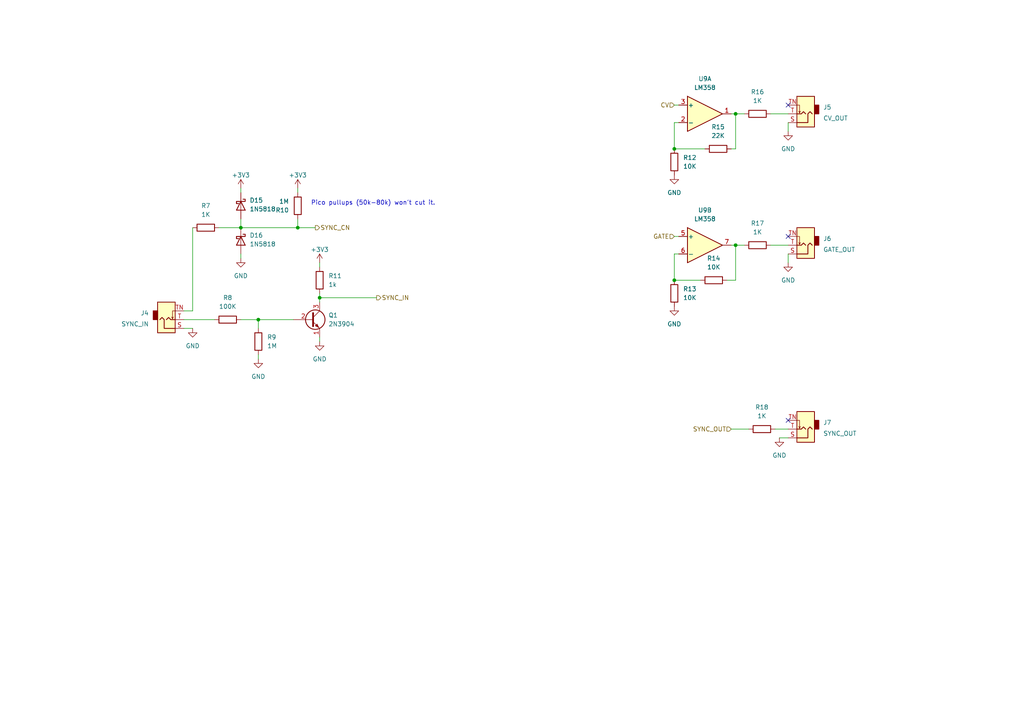
<source format=kicad_sch>
(kicad_sch (version 20211123) (generator eeschema)
  (paper "A4")
  (title_block (title "Input/Output Jacks") (rev "1"))
  (lib_symbols
    (symbol "Amplifier_Operational:LM358" (pin_names (offset 0.127))
      (property "Reference" "U" (at 0 5.08 0))
      (property "Value" "LM358" (at 0 -5.08 0))
      (symbol "LM358_1_1"
        (polyline (pts (xy -5.08 5.08) (xy 5.08 0) (xy -5.08 -5.08) (xy -5.08 5.08)) (stroke (width 0.254)) (fill (type background)))
        (pin output line (at 7.62 0 180) (length 2.54) (name "~") (number "1"))
        (pin input line (at -7.62 -2.54 0) (length 2.54) (name "-") (number "2"))
        (pin input line (at -7.62 2.54 0) (length 2.54) (name "+") (number "3"))
      )
      (symbol "LM358_2_1"
        (polyline (pts (xy -5.08 5.08) (xy 5.08 0) (xy -5.08 -5.08) (xy -5.08 5.08)) (stroke (width 0.254)) (fill (type background)))
        (pin input line (at -7.62 2.54 0) (length 2.54) (name "+") (number "5"))
        (pin input line (at -7.62 -2.54 0) (length 2.54) (name "-") (number "6"))
        (pin output line (at 7.62 0 180) (length 2.54) (name "~") (number "7"))
      )
      (symbol "LM358_3_1"
        (pin power_in line (at -2.54 -7.62 90) (length 3.81) (name "V-") (number "4"))
        (pin power_in line (at -2.54 7.62 270) (length 3.81) (name "V+") (number "8"))
      )
    )
    (symbol "Connector:AudioJack2_SwitchT"
      (property "Reference" "J" (at 0 8.89 0))
      (property "Value" "AudioJack2_SwitchT" (at 0 6.35 0))
      (symbol "AudioJack2_SwitchT_0_1"
        (rectangle (start -2.54 0) (end -3.81 -2.54) (stroke (width 0.254)) (fill (type outline)))
        (polyline (pts (xy 1.778 -0.254) (xy 2.032 -0.762)))
        (polyline (pts (xy 0 0) (xy 0.635 -0.635) (xy 1.27 0) (xy 2.54 0)) (stroke (width 0.254)))
        (polyline (pts (xy 2.54 -2.54) (xy 1.778 -2.54) (xy 1.778 -0.254) (xy 1.524 -0.762)))
        (polyline (pts (xy 2.54 2.54) (xy -0.635 2.54) (xy -0.635 0) (xy -1.27 -0.635) (xy -1.905 0)) (stroke (width 0.254)))
        (rectangle (start 2.54 3.81) (end -2.54 -5.08) (stroke (width 0.254)) (fill (type background)))
      )
      (symbol "AudioJack2_SwitchT_1_1"
        (pin passive line (at 5.08 2.54 180) (length 2.54) (name "~") (number "S"))
        (pin passive line (at 5.08 0 180) (length 2.54) (name "~") (number "T"))
        (pin passive line (at 5.08 -2.54 180) (length 2.54) (name "~") (number "TN"))
      )
    )
    (symbol "Device:R" (pin_numbers hide) (pin_names (offset 0))
      (property "Reference" "R" (at 2.032 0 90))
      (property "Value" "R" (at 0 0 90))
      (symbol "R_0_1"
        (rectangle (start -1.016 -2.54) (end 1.016 2.54) (stroke (width 0.254)))
      )
      (symbol "R_1_1"
        (pin passive line (at 0 3.81 270) (length 1.27) (name "~") (number "1"))
        (pin passive line (at 0 -3.81 90) (length 1.27) (name "~") (number "2"))
      )
    )
    (symbol "Diode:1N5818" (pin_numbers hide) (pin_names (offset 1.016) hide)
      (property "Reference" "D" (at 0 2.54 0))
      (property "Value" "1N5818" (at 0 -2.54 0))
      (symbol "1N5818_0_1"
        (polyline (pts (xy 1.27 0) (xy -1.27 0)))
        (polyline (pts (xy 1.27 1.27) (xy 1.27 -1.27) (xy -1.27 0) (xy 1.27 1.27)) (stroke (width 0.254)))
        (polyline (pts (xy -1.905 0.635) (xy -1.905 1.27) (xy -1.27 1.27) (xy -1.27 -1.27) (xy -0.635 -1.27) (xy -0.635 -0.635)) (stroke (width 0.254)))
      )
      (symbol "1N5818_1_1"
        (pin passive line (at -3.81 0 0) (length 2.54) (name "K") (number "1"))
        (pin passive line (at 3.81 0 180) (length 2.54) (name "A") (number "2"))
      )
    )
    (symbol "Transistor_BJT:2N3904" (pin_names (offset 0) hide)
      (property "Reference" "Q" (at 5.08 1.905 0))
      (property "Value" "2N3904" (at 5.08 0 0))
      (symbol "2N3904_0_1"
        (polyline (pts (xy 0.635 0.635) (xy 2.54 2.54)))
        (polyline (pts (xy 0.635 -0.635) (xy 2.54 -2.54) (xy 2.54 -2.54)))
        (polyline (pts (xy 0.635 1.905) (xy 0.635 -1.905) (xy 0.635 -1.905)) (stroke (width 0.508)))
        (polyline (pts (xy 1.27 -1.778) (xy 1.778 -1.27) (xy 2.286 -2.286) (xy 1.27 -1.778) (xy 1.27 -1.778)) (fill (type outline)))
        (circle (center 1.27 0) (radius 2.8194) (stroke (width 0.254)))
      )
      (symbol "2N3904_1_1"
        (pin passive line (at 2.54 -5.08 90) (length 2.54) (name "E") (number "1"))
        (pin passive line (at -5.08 0 0) (length 5.715) (name "B") (number "2"))
        (pin passive line (at 2.54 5.08 270) (length 2.54) (name "C") (number "3"))
      )
    )
    (symbol "power:+3.3V" (power) (pin_names (offset 0))
      (property "Value" "+3.3V" (at 0 3.556 0))
      (symbol "+3.3V_0_1"
        (polyline (pts (xy -0.762 1.27) (xy 0 2.54)))
        (polyline (pts (xy 0 0) (xy 0 2.54)))
        (polyline (pts (xy 0 2.54) (xy 0.762 1.27)))
      )
      (symbol "+3.3V_1_1"
        (pin power_in line (at 0 0 90) (length 0) hide (name "+3V3") (number "1"))
      )
    )
    (symbol "power:GND" (power) (pin_names (offset 0))
      (property "Value" "GND" (at 0 -3.81 0))
      (symbol "GND_0_1"
        (polyline (pts (xy 0 0) (xy 0 -1.27) (xy 1.27 -1.27) (xy 0 -2.54) (xy -1.27 -1.27) (xy 0 -1.27)))
      )
      (symbol "GND_1_1"
        (pin power_in line (at 0 0 270) (length 0) hide (name "GND") (number "1"))
      )
    )
  )
  (junction (at 195.58 43.18))
  (junction (at 69.85 66.04))
  (junction (at 195.58 81.28))
  (junction (at 213.36 71.12))
  (junction (at 92.71 86.36))
  (junction (at 74.93 92.71))
  (junction (at 213.36 33.02))
  (junction (at 86.36 66.04))
  (no_connect (at 228.6 68.58))
  (no_connect (at 228.6 30.48))
  (no_connect (at 228.6 121.92))
  (wire (pts (xy 195.58 73.66) (xy 196.85 73.66)))
  (wire (pts (xy 86.36 55.88) (xy 86.36 54.61)))
  (wire (pts (xy 92.71 86.36) (xy 92.71 87.63)))
  (wire (pts (xy 195.58 43.18) (xy 204.47 43.18)))
  (wire (pts (xy 213.36 71.12) (xy 212.09 71.12)))
  (wire (pts (xy 74.93 102.87) (xy 74.93 104.14)))
  (wire (pts (xy 69.85 92.71) (xy 74.93 92.71)))
  (wire (pts (xy 69.85 73.66) (xy 69.85 74.93)))
  (wire (pts (xy 228.6 35.56) (xy 228.6 38.1)))
  (wire (pts (xy 195.58 35.56) (xy 195.58 43.18)))
  (wire (pts (xy 74.93 92.71) (xy 85.09 92.71)))
  (wire (pts (xy 213.36 81.28) (xy 210.82 81.28)))
  (wire (pts (xy 86.36 63.5) (xy 86.36 66.04)))
  (wire (pts (xy 223.52 33.02) (xy 228.6 33.02)))
  (wire (pts (xy 223.52 71.12) (xy 228.6 71.12)))
  (wire (pts (xy 195.58 73.66) (xy 195.58 81.28)))
  (wire (pts (xy 213.36 71.12) (xy 215.9 71.12)))
  (wire (pts (xy 224.79 124.46) (xy 228.6 124.46)))
  (wire (pts (xy 213.36 71.12) (xy 213.36 81.28)))
  (wire (pts (xy 213.36 33.02) (xy 215.9 33.02)))
  (wire (pts (xy 92.71 86.36) (xy 109.22 86.36)))
  (wire (pts (xy 195.58 81.28) (xy 203.2 81.28)))
  (wire (pts (xy 212.09 33.02) (xy 213.36 33.02)))
  (wire (pts (xy 74.93 92.71) (xy 74.93 95.25)))
  (wire (pts (xy 92.71 76.2) (xy 92.71 77.47)))
  (wire (pts (xy 92.71 97.79) (xy 92.71 99.06)))
  (wire (pts (xy 92.71 85.09) (xy 92.71 86.36)))
  (wire (pts (xy 69.85 66.04) (xy 86.36 66.04)))
  (wire (pts (xy 63.5 66.04) (xy 69.85 66.04)))
  (wire (pts (xy 55.88 66.04) (xy 55.88 90.17)))
  (wire (pts (xy 53.34 90.17) (xy 55.88 90.17)))
  (wire (pts (xy 195.58 68.58) (xy 196.85 68.58)))
  (wire (pts (xy 53.34 92.71) (xy 62.23 92.71)))
  (wire (pts (xy 69.85 54.61) (xy 69.85 55.88)))
  (wire (pts (xy 212.09 124.46) (xy 217.17 124.46)))
  (wire (pts (xy 69.85 63.5) (xy 69.85 66.04)))
  (wire (pts (xy 195.58 30.48) (xy 196.85 30.48)))
  (wire (pts (xy 195.58 35.56) (xy 196.85 35.56)))
  (wire (pts (xy 53.34 95.25) (xy 55.88 95.25)))
  (wire (pts (xy 86.36 66.04) (xy 91.44 66.04)))
  (wire (pts (xy 213.36 43.18) (xy 212.09 43.18)))
  (wire (pts (xy 228.6 73.66) (xy 228.6 76.2)))
  (wire (pts (xy 213.36 33.02) (xy 213.36 43.18)))
  (wire (pts (xy 228.6 127) (xy 226.06 127)))
  (text "Pico pullups (50k-80k) won't cut it." (at 90.17 59.69 0) (effects (font (size 1.27 1.27)) (justify left bottom)))
  (hierarchical_label "GATE" (shape input) (at 195.58 68.58 180))
  (hierarchical_label "SYNC_IN" (shape output) (at 109.22 86.36 0))
  (hierarchical_label "SYNC_CN" (shape output) (at 91.44 66.04 0))
  (hierarchical_label "SYNC_OUT" (shape input) (at 212.09 124.46 180))
  (hierarchical_label "CV" (shape input) (at 195.58 30.48 180))
  (symbol (lib_id "Connector:AudioJack2_SwitchT") (at 48.26 92.71 0) (mirror x) (unit 1)
    (property "Reference" "J4" (at 43.18 90.8049 0) (effects (justify right)))
    (property "Value" "SYNC_IN" (at 43.18 93.98 0) (effects (justify right)))
    (property "Footprint" "AudioJacks:Jack_3.5mm_QingPu_WQP-PJ398SM_Vertical" (effects hide))
    (property "Supplier" "Tayda" (effects hide))
  )
  (symbol (lib_id "Diode:1N5818") (at 69.85 69.85 270) (unit 1)
    (property "Reference" "D16" (at 72.39 68.2624 90) (effects (justify left)))
    (property "Value" "1N5818" (at 72.39 70.8024 90) (effects (justify left)))
    (property "Footprint" "Diode_THT:D_DO-41_SOD81_P10.16mm_Horizontal" (effects hide))
    (property "Datasheet" "http://www.vishay.com/docs/88525/1n5817.pdf" (effects hide))
    (property "Supplier" "Tayda" (effects hide))
  )
  (symbol (lib_id "Device:R") (at 59.69 66.04 90) (unit 1)
    (property "Reference" "R7" (at 59.69 59.69 90))
    (property "Value" "1K" (at 59.69 62.23 90))
    (property "Supplier" "Tayda" (effects hide))
  )
  (symbol (lib_id "Connector:AudioJack2_SwitchT") (at 233.68 71.12 180) (unit 1)
    (property "Reference" "J6" (at 238.76 69.2149 0) (effects (justify right)))
    (property "Value" "GATE_OUT" (at 238.76 72.39 0) (effects (justify right)))
    (property "Footprint" "AudioJacks:Jack_3.5mm_QingPu_WQP-PJ398SM_Vertical" (effects hide))
    (property "Supplier" "Tayda" (effects hide))
  )
  (symbol (lib_id "Device:R") (at 74.93 99.06 0) (unit 1)
    (property "Reference" "R9" (at 77.47 97.7899 0) (effects (justify left)))
    (property "Value" "1M" (at 77.47 100.3299 0) (effects (justify left)))
    (property "Supplier" "Tayda" (effects hide))
  )
  (symbol (lib_id "Device:R") (at 92.71 81.28 0) (unit 1)
    (property "Reference" "R11" (at 95.25 80.0099 0) (effects (justify left)))
    (property "Value" "1k" (at 95.25 82.5499 0) (effects (justify left)))
    (property "Supplier" "Tayda" (effects hide))
  )
  (symbol (lib_id "power:GND") (at 74.93 104.14 0) (unit 1)
    (property "Reference" "#PWR047" (effects hide))
    (property "Value" "GND" (at 74.93 109.22 0))
  )
  (symbol (lib_id "Device:R") (at 219.71 71.12 90) (unit 1)
    (property "Reference" "R17" (at 219.71 64.77 90))
    (property "Value" "1K" (at 219.71 67.31 90))
    (property "Footprint" "Royal_Ohm_Resistors:R_Axial_DIN0207_L6.8mm_D2.5mm_P10.16mm_Horizontal" (effects hide))
    (property "Supplier" "Tayda" (effects hide))
  )
  (symbol (lib_id "power:GND") (at 226.06 127 0) (mirror y) (unit 1)
    (property "Reference" "#PWR053" (effects hide))
    (property "Value" "GND" (at 226.06 132.08 0))
  )
  (symbol (lib_id "Connector:AudioJack2_SwitchT") (at 233.68 33.02 180) (unit 1)
    (property "Reference" "J5" (at 238.76 31.1149 0) (effects (justify right)))
    (property "Value" "CV_OUT" (at 238.76 34.29 0) (effects (justify right)))
    (property "Footprint" "AudioJacks:Jack_3.5mm_QingPu_WQP-PJ398SM_Vertical" (effects hide))
    (property "Supplier" "Tayda" (effects hide))
  )
  (symbol (lib_id "Diode:1N5818") (at 69.85 59.69 270) (unit 1)
    (property "Reference" "D15" (at 72.39 58.1024 90) (effects (justify left)))
    (property "Value" "1N5818" (at 72.39 60.6424 90) (effects (justify left)))
    (property "Footprint" "Diode_THT:D_DO-41_SOD81_P10.16mm_Horizontal" (effects hide))
    (property "Datasheet" "http://www.vishay.com/docs/88525/1n5817.pdf" (effects hide))
    (property "Supplier" "Tayda" (effects hide))
  )
  (symbol (lib_id "power:GND") (at 69.85 74.93 0) (unit 1)
    (property "Reference" "#PWR046" (effects hide))
    (property "Value" "GND" (at 69.85 80.01 0))
  )
  (symbol (lib_id "Connector:AudioJack2_SwitchT") (at 233.68 124.46 180) (unit 1)
    (property "Reference" "J7" (at 238.76 122.5549 0) (effects (justify right)))
    (property "Value" "SYNC_OUT" (at 238.76 125.73 0) (effects (justify right)))
    (property "Footprint" "AudioJacks:Jack_3.5mm_QingPu_WQP-PJ398SM_Vertical" (effects hide))
    (property "Supplier" "Tayda" (effects hide))
  )
  (symbol (lib_id "Device:R") (at 207.01 81.28 90) (unit 1)
    (property "Reference" "R14" (at 207.01 74.93 90))
    (property "Value" "10K" (at 207.01 77.47 90))
    (property "Footprint" "Royal_Ohm_Resistors:R_Axial_DIN0207_L6.8mm_D2.5mm_P10.16mm_Horizontal" (effects hide))
    (property "Supplier" "Tayda" (effects hide))
  )
  (symbol (lib_id "Device:R") (at 208.28 43.18 90) (unit 1)
    (property "Reference" "R15" (at 208.28 36.83 90))
    (property "Value" "22K" (at 208.28 39.37 90))
    (property "Footprint" "Royal_Ohm_Resistors:R_Axial_DIN0207_L6.8mm_D2.5mm_P10.16mm_Horizontal" (effects hide))
    (property "Supplier" "Tayda" (effects hide))
  )
  (symbol (lib_id "power:GND") (at 55.88 95.25 0) (unit 1)
    (property "Reference" "#PWR044" (effects hide))
    (property "Value" "GND" (at 55.88 100.33 0))
  )
  (symbol (lib_id "power:GND") (at 195.58 88.9 0) (unit 1)
    (property "Reference" "#PWR052" (effects hide))
    (property "Value" "GND" (at 195.58 93.98 0))
  )
  (symbol (lib_id "Device:R") (at 195.58 46.99 0) (unit 1)
    (property "Reference" "R12" (at 198.12 45.7199 0) (effects (justify left)))
    (property "Value" "10K" (at 198.12 48.2599 0) (effects (justify left)))
    (property "Footprint" "Royal_Ohm_Resistors:R_Axial_DIN0207_L6.8mm_D2.5mm_P10.16mm_Horizontal" (effects hide))
    (property "Supplier" "Tayda" (effects hide))
  )
  (symbol (lib_id "power:GND") (at 92.71 99.06 0) (unit 1)
    (property "Reference" "#PWR050" (effects hide))
    (property "Value" "GND" (at 92.71 104.14 0))
  )
  (symbol (lib_id "Transistor_BJT:2N3904") (at 90.17 92.71 0) (unit 1)
    (property "Reference" "Q1" (at 95.25 91.4399 0) (effects (justify left)))
    (property "Value" "2N3904" (at 95.25 93.9799 0) (effects (justify left)))
    (property "Footprint" "Package_TO_SOT_THT:TO-92_Inline" (effects hide))
    (property "Datasheet" "https://www.onsemi.com/pub/Collateral/2N3903-D.PDF" (effects hide))
    (property "Supplier" "Tayda" (effects hide))
  )
  (symbol (lib_id "Device:R") (at 66.04 92.71 90) (unit 1)
    (property "Reference" "R8" (at 66.04 86.36 90))
    (property "Value" "100K" (at 66.04 88.9 90))
    (property "Supplier" "Tayda" (effects hide))
  )
  (symbol (lib_id "power:GND") (at 228.6 38.1 0) (unit 1)
    (property "Reference" "#PWR054" (effects hide))
    (property "Value" "GND" (at 228.6 43.18 0))
  )
  (symbol (lib_id "Device:R") (at 219.71 33.02 90) (unit 1)
    (property "Reference" "R16" (at 219.71 26.67 90))
    (property "Value" "1K" (at 219.71 29.21 90))
    (property "Footprint" "Royal_Ohm_Resistors:R_Axial_DIN0207_L6.8mm_D2.5mm_P10.16mm_Horizontal" (effects hide))
    (property "Supplier" "Tayda" (effects hide))
  )
  (symbol (lib_id "power:+3.3V") (at 69.85 54.61 0) (unit 1)
    (property "Reference" "#PWR045" (effects hide))
    (property "Value" "+3.3V" (at 69.85 50.8 0))
  )
  (symbol (lib_id "Device:R") (at 220.98 124.46 90) (unit 1)
    (property "Reference" "R18" (at 220.98 118.11 90))
    (property "Value" "1K" (at 220.98 120.65 90))
    (property "Supplier" "Tayda" (effects hide))
  )
  (symbol (lib_id "power:+3.3V") (at 92.71 76.2 0) (unit 1)
    (property "Reference" "#PWR049" (effects hide))
    (property "Value" "+3.3V" (at 92.71 72.39 0))
  )
  (symbol (lib_id "Amplifier_Operational:LM358") (at 204.47 71.12 0) (unit 2)
    (property "Reference" "U9" (at 204.47 60.96 0))
    (property "Value" "LM358" (at 204.47 63.5 0))
    (property "Footprint" "Package_DIP:DIP-8_W7.62mm_Socket" (effects hide))
    (property "Datasheet" "http://www.ti.com/lit/ds/symlink/lm2904-n.pdf" (effects hide))
    (property "Supplier" "Tayda" (effects hide))
  )
  (symbol (lib_id "Device:R") (at 195.58 85.09 0) (unit 1)
    (property "Reference" "R13" (at 198.12 83.8199 0) (effects (justify left)))
    (property "Value" "10K" (at 198.12 86.3599 0) (effects (justify left)))
    (property "Footprint" "Royal_Ohm_Resistors:R_Axial_DIN0207_L6.8mm_D2.5mm_P10.16mm_Horizontal" (effects hide))
    (property "Supplier" "Tayda" (effects hide))
  )
  (symbol (lib_id "Device:R") (at 86.36 59.69 180) (unit 1)
    (property "Reference" "R10" (at 83.82 60.9601 0) (effects (justify left)))
    (property "Value" "1M" (at 83.82 58.4201 0) (effects (justify left)))
    (property "Supplier" "Tayda" (effects hide))
  )
  (symbol (lib_id "power:GND") (at 195.58 50.8 0) (unit 1)
    (property "Reference" "#PWR051" (effects hide))
    (property "Value" "GND" (at 195.58 55.88 0))
  )
  (symbol (lib_id "power:GND") (at 228.6 76.2 0) (unit 1)
    (property "Reference" "#PWR055" (effects hide))
    (property "Value" "GND" (at 228.6 81.28 0))
  )
  (symbol (lib_id "Amplifier_Operational:LM358") (at 204.47 33.02 0) (unit 1)
    (property "Reference" "U9" (at 204.47 22.86 0))
    (property "Value" "LM358" (at 204.47 25.4 0))
    (property "Footprint" "Package_DIP:DIP-8_W7.62mm_Socket" (effects hide))
    (property "Datasheet" "http://www.ti.com/lit/ds/symlink/lm2904-n.pdf" (effects hide))
    (property "Supplier" "Tayda" (effects hide))
  )
  (symbol (lib_id "power:+3.3V") (at 86.36 54.61 0) (unit 1)
    (property "Reference" "#PWR048" (effects hide))
    (property "Value" "+3.3V" (at 86.36 50.8 0))
  )
)
</source>
